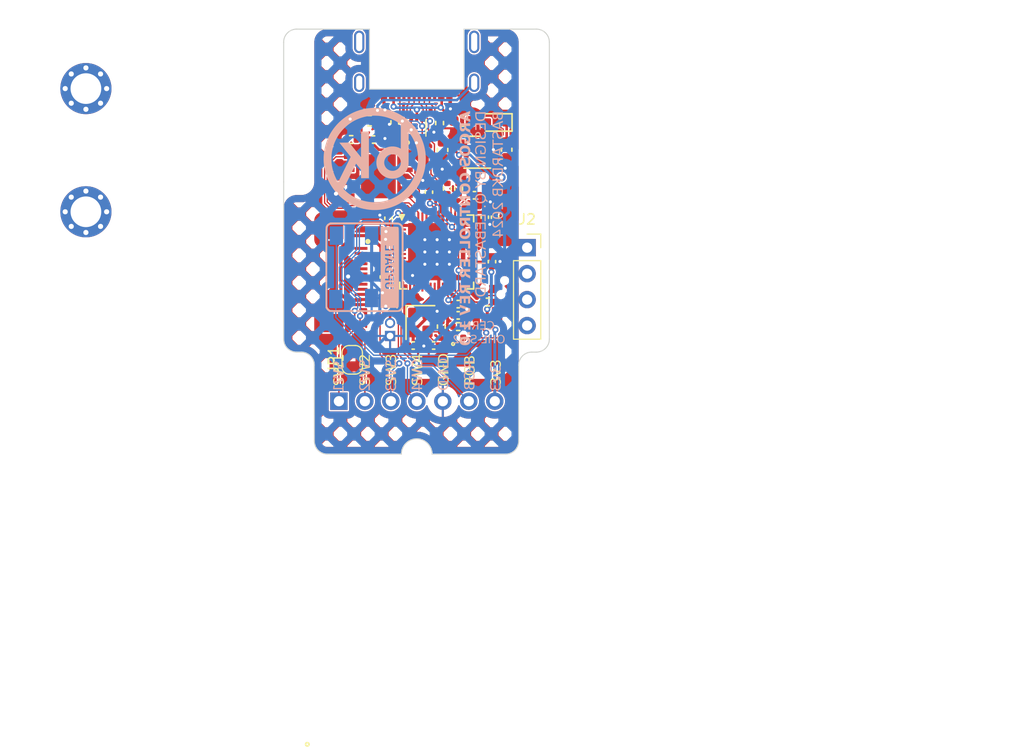
<source format=kicad_pcb>
(kicad_pcb (version 20240108) (generator "pcbnew") (generator_version "8.0")
  (title_block (title "splinktegrated") (rev "2") (company "bastardkb"))
  (layers (0 "F.Cu" signal) (31 "B.Cu" signal) (34 "B.Paste" user) (35 "F.Paste" user) (36 "B.SilkS" user "B.Silkscreen") (37 "F.SilkS" user "F.Silkscreen") (38 "B.Mask" user) (39 "F.Mask" user) (44 "Edge.Cuts" user))
  (net 0 "")
  (net 1 "+5V")
  (net 2 "GND")
  (net 3 "+3V3")
  (net 4 "Net-(U1-XIN)")
  (net 5 "Net-(C4-Pad1)")
  (net 6 "+1V1")
  (net 7 "Net-(D1-K)")
  (net 8 "/LED")
  (net 9 "Net-(D2-A)")
  (net 10 "VBUS")
  (net 11 "Net-(J1-SHIELD)")
  (net 12 "Net-(J1-CC1)")
  (net 14 "/D-")
  (net 15 "/D+")
  (net 16 "Net-(J1-CC2)")
  (net 18 "Net-(J5-Pin_2)")
  (net 19 "/MISO")
  (net 20 "/MOSI")
  (net 21 "Net-(J7-Pin_7)")
  (net 22 "/~{RESET}")
  (net 23 "/QSPI_~{CS}")
  (net 24 "Net-(U1-USB_DP)")
  (net 25 "Net-(U1-USB_DM)")
  (net 26 "Net-(U1-XOUT)")
  (net 29 "SCL")
  (net 30 "/QSPI_D3")
  (net 31 "/QSPI_SCLK")
  (net 32 "/QSPI_D0")
  (net 33 "/QSPI_D2")
  (net 34 "/QSPI_D1")
  (net 35 "/SCLK")
  (net 40 "SDA")
  (net 47 "/GP26")
  (net 48 "/GP27")
  (net 50 "NCS")
  (net 51 "sw2")
  (net 52 "sw3")
  (net 53 "sw1")
  (net 54 "sw4")
  (net 62 "RGB")
  (footprint "Capacitor_SMD:C_0402_1005Metric" (layer "F.Cu") (at 156.4625 104.2)
    (property "Reference" "C14" (hide yes))
    (property "Value" "100n")
  )
  (footprint "Capacitor_SMD:C_0402_1005Metric" (layer "F.Cu") (at 149.2 100.45 -90)
    (property "Reference" "C9" (hide yes))
    (property "Value" "100n")
  )
  (footprint "drawings:MountingHole_3mm_Pad_Via" (layer "F.Cu") (at 120.068109 82.018109)
    (property "Reference" "H1" (hide yes))
    (property "Value" "NA_M4")
  )
  (footprint "Resistor_SMD:R_0402_1005Metric" (layer "F.Cu") (at 154.645 85.390626 -90)
    (property "Reference" "R4" (hide yes))
    (property "Value" "5.1k")
  )
  (footprint "drawings:MountingHole_3mm_Pad_Via" (layer "F.Cu") (at 120.068109 94.068109)
    (property "Reference" "H2" (hide yes))
    (property "Value" "NA_M4")
  )
  (footprint "Capacitor_SMD:C_0402_1005Metric" (layer "F.Cu") (at 160.0625 94.6 -90)
    (property "Reference" "C5" (hide yes))
    (property "Value" "1µ")
  )
  (footprint "Resistor_SMD:R_0402_1005Metric" (layer "F.Cu") (at 154.8125 105.3 90)
    (property "Reference" "R8" (hide yes))
    (property "Value" "1k")
  )
  (footprint "Library:PinSocket_1x07_P2.54mm_Vertical" (layer "F.Cu") (at 144.8 112.6 90)
    (property "Reference" "J11" (hide yes))
    (property "Value" "Conn_01x07_Socket")
  )
  (footprint "Connector_PinSocket_2.54mm:PinSocket_1x04_P2.54mm_Vertical" (layer "F.Cu") (at 163.2 97.58)
    (property "Reference" "J2")
    (property "Value" "Conn_01x04_Socket")
  )
  (footprint "Capacitor_SMD:C_0402_1005Metric" (layer "F.Cu") (at 149.65 94.7 90)
    (property "Reference" "C12" (hide yes))
    (property "Value" "100n")
  )
  (footprint "Resistor_SMD:R_0402_1005Metric" (layer "F.Cu") (at 155.4 91.8 -90)
    (property "Reference" "R6" (hide yes))
    (property "Value" "27")
  )
  (footprint "Capacitor_SMD:C_0402_1005Metric" (layer "F.Cu") (at 159.7625 98.95 90)
    (property "Reference" "C13" (hide yes))
    (property "Value" "100n")
  )
  (footprint "Capacitor_SMD:C_0603_1608Metric" (layer "F.Cu") (at 161.2 88 -90)
    (property "Reference" "C1" (hide yes))
    (property "Value" "1µ")
  )
  (footprint "Capacitor_SMD:C_0402_1005Metric" (layer "F.Cu") (at 156.4625 103.1)
    (property "Reference" "C8" (hide yes))
    (property "Value" "100n")
  )
  (footprint "Inductor_SMD:L_0603_1608Metric" (layer "F.Cu") (at 147.805 85.160626)
    (property "Reference" "FB1" (hide yes))
    (property "Value" "FerriteBead_Small")
  )
  (footprint "Diode_SMD:D_SOD-323" (layer "F.Cu") (at 160.225 85.330626 180)
    (property "Reference" "D2" (hide yes))
    (property "Value" "B5817")
  )
  (footprint "Package_TO_SOT_SMD:SOT-23-5" (layer "F.Cu") (at 157.823021 88.240626 180)
    (property "Reference" "U3" (hide yes))
    (property "Value" "XC6210B332MR-G")
  )
  (footprint "Resistor_SMD:R_0402_1005Metric" (layer "F.Cu") (at 159.3625 102.9)
    (property "Reference" "R2" (hide yes))
    (property "Value" "10k")
  )
  (footprint "drawings:PinHeader_1x02_P1.27mm_Vertical" (layer "F.Cu") (at 149.8 106.215 180)
    (property "Reference" "J5" (hide yes))
    (property "Value" "Conn_01x02")
  )
  (footprint "drawings:W25Q128JVPIQ" (layer "F.Cu") (at 148.655 90.595)
    (property "Reference" "U5" (hide yes))
    (property "Value" "W25Q128JVS")
  )
  (footprint "Capacitor_SMD:C_0402_1005Metric" (layer "F.Cu") (at 159.0625 94.6 -90)
    (property "Reference" "C11" (hide yes))
    (property "Value" "100n")
  )
  (footprint "Crystal:Crystal_SMD_2520-4Pin_2.5x2.0mm" (layer "F.Cu") (at 152.7625 104.9 -90)
    (property "Reference" "Y1" (hide yes))
    (property "Value" "Crystal_GND24")
  )
  (footprint "Package_TO_SOT_SMD:SOT-666" (layer "F.Cu") (at 152.405 85.870626 90)
    (property "Reference" "U4" (hide yes))
    (property "Value" "USBLC6-2P6")
  )
  (footprint "Capacitor_SMD:C_0402_1005Metric" (layer "F.Cu") (at 148.19 87)
    (property "Reference" "C10" (hide yes))
    (property "Value" "100n")
  )
  (footprint "Capacitor_SMD:C_0402_1005Metric" (layer "F.Cu") (at 154.0625 107.15 180)
    (property "Reference" "C4" (hide yes))
    (property "Value" "15p")
  )
  (footprint "drawings:GT-USB-7014C" (layer "F.Cu") (at 152.405 75.35 180)
    (property "Reference" "J1" (hide yes))
    (property "Value" "USB_C_Receptacle_USB2.0")
    (fp_line (start -4.625 -6.725) (end 4.615 -6.725) (stroke (width 0.1)) (layer "Edge.Cuts"))
  )
  (footprint "Resistor_SMD:R_0402_1005Metric" (layer "F.Cu") (at 156.5 91.8 -90)
    (property "Reference" "R7" (hide yes))
    (property "Value" "27")
  )
  (footprint "Jumper:SolderJumper-2_P1.3mm_Open_RoundedPad1.0x1.5mm" (layer "F.Cu") (at 146.1 108.55 90)
    (property "Reference" "JP1")
    (property "Value" "Jumper_2_Bridged")
  )
  (footprint "Resistor_SMD:R_0402_1005Metric" (layer "F.Cu") (at 156.4625 105.3 180)
    (property "Reference" "R1" (hide yes))
    (property "Value" "1k")
  )
  (footprint "LED_SMD:LED_0402_1005Metric" (layer "F.Cu") (at 156.4625 106.4)
    (property "Reference" "D1" (hide yes))
    (property "Value" "LED")
  )
  (footprint "Capacitor_SMD:C_0402_1005Metric" (layer "F.Cu") (at 158.05 92.45)
    (property "Reference" "C6" (hide yes))
    (property "Value" "1µ")
  )
  (footprint "Resistor_SMD:R_0402_1005Metric" (layer "F.Cu") (at 150.265 85.320626 -90)
    (property "Reference" "R5" (hide yes))
    (property "Value" "5.1k")
  )
  (footprint "Capacitor_SMD:C_0402_1005Metric" (layer "F.Cu") (at 153.6 92.15 90)
    (property "Reference" "C7" (hide yes))
    (property "Value" "100n")
  )
  (footprint "Resistor_SMD:R_0402_1005Metric" (layer "F.Cu") (at 150.1 103.3 90)
    (property "Reference" "R3" (hide yes))
    (property "Value" "1k")
  )
  (footprint "Fuse:Fuse_0603_1608Metric" (layer "F.Cu") (at 156.845 85.180626)
    (property "Reference" "F1" (hide yes))
    (property "Value" "Polyfuse")
  )
  (footprint "Resistor_SMD:R_0402_1005Metric" (layer "F.Cu") (at 146 87)
    (property "Reference" "R9" (hide yes))
    (property "Value" "10k")
  )
  (footprint "local-libraries:FPC-SMD_FPC05012-09200-.5mm" (layer "F.Cu") (at 145.6 100.4 -90)
    (property "Reference" "J7" (hide yes))
    (property "Value" "Cirque" (hide yes))
  )
  (footprint "Capacitor_SMD:C_0402_1005Metric" (layer "F.Cu") (at 152.0625 107.15)
    (property "Reference" "C3" (hide yes))
    (property "Value" "15p")
  )
  (footprint "Capacitor_SMD:C_0603_1608Metric" (layer "F.Cu") (at 154.935 88.020626 -90)
    (property "Reference" "C2" (hide yes))
    (property "Value" "1µ")
  )
  (footprint "0xLib_Package_DFN_QFN:QFN-56-1EP_7x7mm_P0.4mm_EP3.2x3.2mm" (layer "F.Cu") (at 154.3625 98)
    (property "Reference" "U1" (hide yes))
    (property "Value" "RP2040")
  )
  (footprint "Library:PushSwitch" (layer "B.Cu") (at 146.3 99.5 -90)
    (property "Reference" "SW2" (hide yes))
    (property "Value" "NA_SW_SPST")
  )
  (footprint "LOGO" (layer "B.Cu") (at 148.3 88.9 180)
    (property "Reference" "G***" (hide yes))
    (property "Value" "LOGO" (hide yes))
  )
  (footprint "LOGO" (layer "B.Cu") (at 147.3 99.5 180)
    (property "Reference" "G***" (hide yes))
    (property "Value" "LOGO" (hide yes))
  )
  (gr_circle (center 151.5 87.3) (end 151.63 87.19) (stroke (width 0.15)) (fill none) (layer "F.SilkS"))
  (gr_circle (center 141.71 146.16) (end 141.84 146.05) (stroke (width 0.15)) (fill none) (layer "F.SilkS"))
  (gr_poly (pts (xy 150.95 94.85) (xy 150.7 94.35) (xy 151.2 94.35)) (stroke (width 0.15)) (fill solid) (layer "F.SilkS"))
  (gr_line (start 140.67 107.795) (end 141.1249 107.795) (stroke (width 0.1)) (layer "Edge.Cuts"))
  (gr_line (start 162.371945 116.501945) (end 162.377045 109.065) (stroke (width 0.1)) (layer "Edge.Cuts"))
  (gr_line (start 157.03 76.205) (end 164.101945 76.2) (stroke (width 0.1)) (layer "Edge.Cuts"))
  (gr_line (start 139.4 77.47) (end 139.4 91.16) (stroke (width 0.1)) (layer "Edge.Cuts"))
  (gr_arc (start 150.91 117.775) (mid 152.41 116.275) (end 153.91 117.775) (stroke (width 0.1)) (layer "Edge.Cuts"))
  (gr_line (start 142.3949 109.065) (end 142.4 116.501945) (stroke (width 0.1)) (layer "Edge.Cuts"))
  (gr_line (start 163.647045 107.795) (end 164.101945 107.795) (stroke (width 0.1)) (layer "Edge.Cuts"))
  (gr_arc (start 164.101945 76.2) (mid 165 76.571945) (end 165.371945 77.47) (stroke (width 0.1)) (layer "Edge.Cuts"))
  (gr_arc (start 139.4 77.47) (mid 139.771945 76.571945) (end 140.67 76.2) (stroke (width 0.1)) (layer "Edge.Cuts"))
  (gr_line (start 143.67 117.771945) (end 150.91 117.775) (stroke (width 0.1)) (layer "Edge.Cuts"))
  (gr_line (start 147.79 76.205) (end 140.67 76.2) (stroke (width 0.1)) (layer "Edge.Cuts"))
  (gr_arc (start 162.371945 116.501945) (mid 162 117.4) (end 161.101945 117.771945) (stroke (width 0.1)) (layer "Edge.Cuts"))
  (gr_arc (start 141.1249 107.795) (mid 142.022955 108.166945) (end 142.3949 109.065) (stroke (width 0.1)) (layer "Edge.Cuts"))
  (gr_line (start 153.91 117.775) (end 161.101945 117.771945) (stroke (width 0.1)) (layer "Edge.Cuts"))
  (gr_line (start 139.4 91.16) (end 139.4 106.525) (stroke (width 0.1)) (layer "Edge.Cuts"))
  (gr_arc (start 162.377045 109.065) (mid 162.74899 108.166945) (end 163.647045 107.795) (stroke (width 0.1)) (layer "Edge.Cuts"))
  (gr_arc (start 165.371945 106.525) (mid 165 107.423055) (end 164.101945 107.795) (stroke (width 0.1)) (layer "Edge.Cuts"))
  (gr_line (start 165.371945 106.525) (end 165.371945 91.16) (stroke (width 0.1)) (layer "Edge.Cuts"))
  (gr_line (start 157.03 82.075) (end 157.03 76.205) (stroke (width 0.1)) (layer "Edge.Cuts"))
  (gr_line (start 165.371945 91.16) (end 165.371945 77.47) (stroke (width 0.1)) (layer "Edge.Cuts"))
  (gr_arc (start 143.67 117.771945) (mid 142.771945 117.4) (end 142.4 116.501945) (stroke (width 0.1)) (layer "Edge.Cuts"))
  (gr_arc (start 140.67 107.795) (mid 139.771945 107.423055) (end 139.4 106.525) (stroke (width 0.1)) (layer "Edge.Cuts"))
  (gr_line (start 147.79 76.205) (end 147.79 82.075) (stroke (width 0.1)) (layer "Edge.Cuts"))
  (gr_text "DESIGN BY Q. LEBASTARD\nBASTARDKB 2024" (at 161 84.2 90) (layer "B.SilkS") (effects (font (size 1 1) (thickness 0.125) (italic yes)) (justify left bottom mirror)))
  (gr_text "SW1" (at 145.425 108.625 90) (layer "B.SilkS") (effects (font (size 1 1)) (justify left bottom mirror)))
  (gr_text "ARGOS CONTROLLER REV 1.0" (at 157.8 84.2 90) (layer "B.SilkS") (effects (font (size 1 1) (thickness 0.16) (bold yes) (italic yes)) (justify left bottom mirror)))
  (gr_text "SW3" (at 150.541666 108.504833 90) (layer "B.SilkS") (effects (font (size 1 1)) (justify left bottom mirror)))
  (gr_text "RGB" (at 158.216665 108.539027 90) (layer "B.SilkS") (effects (font (size 1 1)) (justify left bottom mirror)))
  (gr_text "SW4" (at 153.099999 108.472593 90) (layer "B.SilkS") (effects (font (size 1 1)) (justify left bottom mirror)))
  (gr_text "3v3" (at 160.775 109.04119 90) (layer "B.SilkS") (effects (font (size 1 1)) (justify left bottom mirror)))
  (gr_text "SW2" (at 147.983333 108.510695 90) (layer "B.SilkS") (effects (font (size 1 1)) (justify left bottom mirror)))
  (gr_text "GND" (at 155.658332 108.368057 90) (layer "B.SilkS") (effects (font (size 1 1)) (justify left bottom mirror)))
  (gr_text "CERN\nOHL-S v2" (at 158.475 105.925 0) (layer "B.SilkS") (effects (font (size 0.8 0.8)) (justify mirror)))
  (gr_text "SW3" (at 150.558332 111.107484 90) (layer "F.SilkS") (effects (font (size 1 1)) (justify left bottom)))
  (gr_text "SW2" (at 147.999999 111.107484 90) (layer "F.SilkS") (effects (font (size 1 1)) (justify left bottom)))
  (gr_text "GND" (at 155.674998 111.107484 90) (layer "F.SilkS") (effects (font (size 1 1)) (justify left bottom)))
  (gr_text "SW1" (at 145.441666 111.107484 90) (layer "F.SilkS") (effects (font (size 1 1)) (justify left bottom)))
  (gr_text "RGB" (at 158.233331 111.107484 90) (layer "F.SilkS") (effects (font (size 1 1)) (justify left bottom)))
  (gr_text "3v3" (at 160.791666 111.107484 90) (layer "F.SilkS") (effects (font (size 1 1)) (justify left bottom)))
  (gr_text "SW4" (at 153.116665 111.107484 90) (layer "F.SilkS") (effects (font (size 1 1)) (justify left bottom)))
  (segment (start 159.015521 87.235626) (end 158.960521 87.290626) (width 0.25) (layer "F.Cu") (net 1))
  (segment (start 161.189374 87.235626) (end 159.015521 87.235626) (width 0.25) (layer "F.Cu") (net 1))
  (segment (start 161.2 87.225) (end 161.2 85.405626) (width 0.25) (layer "F.Cu") (net 1))
  (segment (start 161.2 87.225) (end 161.189374 87.235626) (width 0.25) (layer "F.Cu") (net 1))
  (segment (start 161.2 87.225) (end 161.2 87.240561) (width 0.25) (layer "F.Cu") (net 1))
  (segment (start 161.2 87.240561) (end 160.47 87.970561) (width 0.25) (layer "F.Cu") (net 1))
  (segment (start 160.47 87.970561) (end 160.47 88.83) (width 0.25) (layer "F.Cu") (net 1))
  (segment (start 158.960521 89.190626) (end 160.109374 89.190626) (width 0.25) (layer "F.Cu") (net 1))
  (segment (start 160.109374 89.190626) (end 160.47 88.83) (width 0.25) (layer "F.Cu") (net 1))
  (segment (start 161.2 85.405626) (end 161.275 85.330626) (width 0.25) (layer "F.Cu") (net 1))
  (segment (start 153.15 107.15) (end 153.1 107.2) (width 0.3) (layer "F.Cu") (net 2))
  (segment (start 153.3625 100.93331) (end 153.3625 101.4375) (width 0.3) (layer "F.Cu") (net 2))
  (segment (start 159.210736 87.990411) (end 158.960521 88.240626) (width 0.3) (layer "F.Cu") (net 2))
  (segment (start 149.2 101.85) (end 149.2 100.93) (width 0.3) (layer "F.Cu") (net 2))
  (segment (start 159.7755 95.08) (end 159.55 95.3055) (width 0.3) (layer "F.Cu") (net 2))
  (segment (start 155.7 84) (end 155.7 82.7825) (width 0.3) (layer "F.Cu") (net 2))
  (segment (start 149.3 86.9) (end 148.77 86.9) (width 0.3) (layer "F.Cu") (net 2))
  (segment (start 160.5505 98.93) (end 160.0905 98.47) (width 0.3) (layer "F.Cu") (net 2))
  (segment (start 150.265 85.830626) (end 150.055 85.830626) (width 0.3) (layer "F.Cu") (net 2))
  (segment (start 152.0625 106.67) (end 152.5425 107.15) (width 0.3) (layer "F.Cu") (net 2))
  (segment (start 152.5425 107.15) (end 153.05 107.15) (width 0.3) (layer "F.Cu") (net 2))
  (segment (start 153.05 107.15) (end 153.1 107.2) (width 0.3) (layer "F.Cu") (net 2))
  (segment (start 161.2 88.775) (end 161.053021 88.921979) (width 0.3) (layer "F.Cu") (net 2))
  (segment (start 159.9 87.990411) (end 159.210736 87.990411) (width 0.3) (layer "F.Cu") (net 2))
  (segment (start 150.055 85.830626) (end 149.735 85.510626) (width 0.3) (layer "F.Cu") (net 2))
  (segment (start 156.9425 103.2425) (end 157.3 103.6) (width 0.3) (layer "F.Cu") (net 2))
  (segment (start 148.77 86.9) (end 148.67 87) (width 0.3) (layer "F.Cu") (net 2))
  (segment (start 152.405 86.795626) (end 152.405 87.294126) (width 0.3) (layer "F.Cu") (net 2))
  (segment (start 156.9725 105.3) (end 156.9725 103.13) (width 0.3) (layer "F.Cu") (net 2))
  (segment (start 159.6 93.1) (end 159.18 93.1) (width 0.3) (layer "F.Cu") (net 2))
  (segment (start 149.057 101.993) (end 149.2 101.85) (width 0.3) (layer "F.Cu") (net 2))
  (segment (start 154.9 89.9) (end 154.9 88.830626) (width 0.3) (layer "F.Cu") (net 2))
  (segment (start 153.4625 104.025) (end 154.175 104.025) (width 0.3) (layer "F.Cu") (net 2))
  (segment (start 152.0625 105.775) (end 154.0375 103.8) (width 0.3) (layer "F.Cu") (net 2))
  (segment (start 154.9 88.830626) (end 154.935 88.795626) (width 0.3) (layer "F.Cu") (net 2))
  (segment (start 146.856874 85) (end 147.0175 85.160626) (width 0.16) (layer "F.Cu") (net 2))
  (segment (start 146.962 102.65) (end 146.892 102.72) (width 0.3) (layer "F.Cu") (net 2))
  (segment (start 146.892 102.72) (end 146.215112 102.72) (width 0.3) (layer "F.Cu") (net 2))
  (segment (start 152.405 87.294126) (end 152.375 87.324126) (width 0.3) (layer "F.Cu") (net 2))
  (segment (start 145.81 92.5) (end 144.715 92.5) (width 0.3) (layer "F.Cu") (net 2))
  (segment (start 160.0905 98.47) (end 159.7625 98.47) (width 0.3) (layer "F.Cu") (net 2))
  (segment (start 153.5825 107.15) (end 153.15 107.15) (width 0.3) (layer "F.Cu") (net 2))
  (segment (start 153 91.07) (end 153.6 91.67) (width 0.3) (layer "F.Cu") (net 2))
  (segment (start 161.053021 88.921979) (end 161.053021 89.810626) (width 0.3) (layer "F.Cu") (net 2))
  (segment (start 146.215112 102.72) (end 145.7 102.204888) (width 0.3) (layer "F.Cu") (net 2))
  (segment (start 149.47 94.4) (end 149.65 94.22) (width 0.3) (layer "F.Cu") (net 2))
  (segment (start 153 91) (end 153 91.07) (width 0.3) (layer "F.Cu") (net 2))
  (segment (start 154.265 86.280626) (end 154.645 85.900626) (width 0.3) (layer "F.Cu") (net 2))
  (segment (start 160.0625 95.08) (end 159.7755 95.08) (width 0.3) (layer "F.Cu") (net 2))
  (segment (start 154.084072 86.280626) (end 154.265 86.280626) (width 0.3) (layer "F.Cu") (net 2))
  (segment (start 152.72919 100.3) (end 153.3625 100.93331) (width 0.3) (layer "F.Cu") (net 2))
  (segment (start 149.205 82.6875) (end 149.205 84.005) (width 0.3) (layer "F.Cu") (net 2))
  (segment (start 159.3245 95.08) (end 159.55 95.3055) (width 0.3) (layer "F.Cu") (net 2))
  (segment (start 152.0625 105.775) (end 152.0625 106.67) (width 0.3) (layer "F.Cu") (net 2))
  (segment (start 156.9725 103.13) (end 156.9425 103.1) (width 0.3) (layer "F.Cu") (net 2))
  (segment (start 154.0375 103.8) (end 154.4 103.8) (width 0.3) (layer "F.Cu") (net 2))
  (segment (start 159.0625 95.08) (end 159.3245 95.08) (width 0.3) (layer "F.Cu") (net 2))
  (segment (start 152 100.3) (end 152.72919 100.3) (width 0.3) (layer "F.Cu") (net 2))
  (segment (start 154.175 104.025) (end 154.4 103.8) (width 0.3) (layer "F.Cu") (net 2))
  (segment (start 145.9 85) (end 146.856874 85) (width 0.16) (layer "F.Cu") (net 2))
  (segment (start 156.9425 103.1) (end 156.9425 103.2425) (width 0.3) (layer "F.Cu") (net 2))
  (segment (start 149.205 84.005) (end 149.3 84.1) (width 0.3) (layer "F.Cu") (net 2))
  (segment (start 145.7 102.204888) (end 145.7 100.4) (width 0.3) (layer "F.Cu") (net 2))
  (segment (start 155.7 82.7825) (end 155.605 82.6875) (width 0.3) (layer "F.Cu") (net 2))
  (segment (start 159.18 93.1) (end 158.53 92.45) (width 0.3) (layer "F.Cu") (net 2))
  (segment (start 148.8 94.4) (end 149.47 94.4) (width 0.3) (layer "F.Cu") (net 2))
  (segment (start 144.715 92.5) (end 144.515 92.3) (width 0.3) (layer "F.Cu") (net 2))
  (via (at 153.2 98) (size 0.6) (drill 0.3) (layers "F.Cu" "B.Cu") (net 2))
  (via (at 157.3 103.6) (size 0.6) (drill 0.3) (layers "F.Cu" "B.Cu") (net 2))
  (via (at 152.375 87.324126) (size 0.6) (drill 0.3) (layers "F.Cu" "B.Cu") (net 2))
  (via (at 160.5505 98.93) (size 0.6) (drill 0.3) (layers "F.Cu" "B.Cu") (net 2))
  (via (at 144.515 92.3) (size 0.8) (drill 0.4) (layers "F.Cu" "B.Cu") (net 2))
  (via (at 149.3 86.9) (size 0.6) (drill 0.3) (layers "F.Cu" "B.Cu") (net 2))
  (via (at 152 100.3) (size 0.6) (drill 0.3) (layers "F.Cu" "B.Cu") (net 2))
  (via (at 155.7 84) (size 0.6) (drill 0.3) (layers "F.Cu" "B.Cu") (net 2))
  (via (at 159.9 87.990411) (size 0.6) (drill 0.3) (layers "F.Cu" "B.Cu") (net 2))
  (via (at 154.4 96.8) (size 0.6) (drill 0.3) (layers "F.Cu" "B.Cu") (net 2))
  (via (at 159.6 93.1) (size 0.6) (drill 0.3) (layers "F.Cu" "B.Cu") (net 2))
  (via (at 149.735 85.510626) (size 0.6) (drill 0.3) (layers "F.Cu" "B.Cu") (net 2))
  (via (at 148.8 94.4) (size 0.6) (drill 0.3) (layers "F.Cu" "B.Cu") (net 2))
  (via (at 153.1 107.2) (size 0.6) (drill 0.3) (layers "F.Cu" "B.Cu") (net 2))
  (via (at 153.2 96.8) (size 0.6) (drill 0.3) (layers "F.Cu" "B.Cu") (net 2))
  (via (at 155.6 99.2) (size 0.6) (drill 0.3) (layers "F.Cu" "B.Cu") (net 2))
  (via (at 154.4 99.2) (size 0.6) (drill 0.3) (layers "F.Cu" "B.Cu") (net 2))
  (via (at 155.6 96.8) (size 0.6) (drill 0.3) (layers "F.Cu" "B.Cu") (net 2))
  (via (at 149.057 101.993) (size 0.6) (drill 0.3) (layers "F.Cu" "B.Cu") (net 2))
  (via (at 155.6 98) (size 0.6) (drill 0.3) (layers "F.Cu" "B.Cu") (net 2))
  (via (at 153.2 99.2) (size 0.6) (drill 0.3) (layers "F.Cu" "B.Cu") (net 2))
  (via (at 153 91) (size 0.6) (drill 0.3) (layers "F.Cu" "B.Cu") (net 2))
  (via (at 154.084072 86.280626) (size 0.6) (drill 0.3) (layers "F.Cu" "B.Cu") (net 2))
  (via (at 149.3 84.1) (size 0.6) (drill 0.3) (layers "F.Cu" "B.Cu") (net 2))
  (via (at 154.9 89.9) (size 0.6) (drill 0.3) (layers "F.Cu" "B.Cu") (net 2))
  (via (at 161.053021 89.810626) (size 0.6) (drill 0.3) (layers "F.Cu" "B.Cu") (net 2))
  (via (at 154.4 98) (size 0.6) (drill 0.3) (layers "F.Cu" "B.Cu") (net 2))
  (via (at 154.4 103.8) (size 0.6) (drill 0.3) (layers "F.Cu" "B.Cu") (net 2))
  (via (at 145.7 100.4) (size 0.8) (drill 0.4) (layers "F.Cu" "B.Cu") (net 2))
  (via (at 145.9 85) (size 0.6) (drill 0.3) (layers "F.Cu" "B.Cu") (net 2))
  (via (at 159.55 95.3055) (size 0.6) (drill 0.3) (layers "F.Cu" "B.Cu") (net 2))
  (segment (start 156.55 104.35) (end 159.75 104.35) (width 0.3) (layer "B.Cu") (net 2))
  (segment (start 160.454794 88.545206) (end 159.830214 87.920626) (width 0.3) (layer "B.Cu") (net 2))
  (segment (start 149.3 84.1) (end 149.590244 84.390244) (width 0.3) (layer "B.Cu") (net 2))
  (segment (start 149.735 85.510626) (end 149.735 84.425244) (width 0.3) (layer "B.Cu") (net 2))
  (segment (start 161.58 99.98) (end 161 99.4) (width 0.3) (layer "B.Cu") (net 2))
  (segment (start 150.312187 86.087813) (end 149.5 86.9) (width 0.3) (layer "B.Cu") (net 2))
  (segment (start 149 94.4) (end 148.8 94.4) (width 0.3) (layer "B.Cu") (net 2))
  (segment (start 148.4 106.7) (end 148.7 107) (width 0.3) (layer "B.Cu") (net 2))
  (segment (start 148.7 107) (end 149.255 107.555) (width 0.3) (layer "B.Cu") (net 2))
  (segment (start 148.8 103.8) (end 148.4 104.2) (width 0.3) (layer "B.Cu") (net 2))
  (segment (start 150.112187 85.887813) (end 149.224374 85) (width 0.3) (layer "B.Cu") (net 2))
  (segment (start 153.8 91) (end 153 91) (width 0.3) (layer "B.Cu") (net 2))
  (segment (start 155.249374 84.450626) (end 155.7 84) (width 0.3) (layer "B.Cu") (net 2))
  (segment (start 154.084072 86.280626) (end 153.040572 87.324126) (width 0.3) (layer "B.Cu") (net 2))
  (segment (start 152.2 84.8) (end 153.279756 84.8) (width 0.3) (layer "B.Cu") (net 2))
  (segment (start 152.745 107.555) (end 153.1 107.2) (width 0.3) (layer "B.Cu") (net 2))
  (segment (start 161 94.5) (end 159.6 93.1) (width 0.3) (layer "B.Cu") (net 2))
  (segment (start 152.745 107.555) (end 153.345 107.555) (width 0.3) (layer "B.Cu") (net 2))
  (segment (start 159.830214 87.920626) (end 156.312777 87.920626) (width 0.3) (layer "B.Cu") (net 2))
  (segment (start 152.375 87.324126) (end 152.375 87.375) (width 0.3) (layer "B.Cu") (net 2))
  (segment (start 153.040572 87.324126) (end 152.375 87.324126) (width 0.3) (layer "B.Cu") (net 2))
  (segment (start 153.62913 84.450626) (end 155.249374 84.450626) (width 0.3) (layer "B.Cu") (net 2))
  (segment (start 148.4 104.2) (end 148.4 106.7) (width 0.3) (layer "B.Cu") (net 2))
  (segment (start 160.454794 88.545206) (end 159.9 87.990411) (width 0.3) (layer "B.Cu") (net 2))
  (segment (start 149.255 107.555) (end 152.745 107.555) (width 0.3) (layer "B.Cu") (net 2))
  (segment (start 152.375 87.375) (end 154.9 89.9) (width 0.3) (layer "B.Cu") (net 2))
  (segment (start 159.75 104.35) (end 161.58 102.52) (width 0.3) (layer "B.Cu") (net 2))
  (segment (start 149.057 101.993) (end 147.464 100.4) (width 0.3) (layer "B.Cu") (net 2))
  (segment (start 149.590244 84.390244) (end 149.7 84.390244) (width 0.3) (layer "B.Cu") (net 2))
  (segment (start 149.5 86.9) (end 149.3 86.9) (width 0.3) (layer "B.Cu") (net 2))
  (segment (start 161.38 90.137605) (end 161.38 89.470411) (width 0.3) (layer "B.Cu") (net 2))
  (segment (start 151.5485 87.324126) (end 150.312187 86.087813) (width 0.3) (layer "B.Cu") (net 2))
  (segment (start 146.615 94.4) (end 148.8 94.4) (width 0.3) (layer "B.Cu") (net 2))
  (segment (start 156.55 104.35) (end 157.3 103.6) (width 0.3) (layer "B.Cu") (net 2))
  (segment (start 153.279756 84.8) (end 153.62913 84.450626) (width 0.3) (layer "B.Cu") (net 2))
  (segment (start 161 99.4) (end 161 94.5) (width 0.3) (layer "B.Cu") (net 2))
  (segment (start 148.7 107) (end 149.485 106.215) (width 0.3) (layer "B.Cu") (net 2))
  (segment (start 149.057 101.993) (end 148.8 102.25) (width 0.3) (layer "B.Cu") (net 2))
  (segment (start 160.5505 98.9505) (end 160.5505 98.93) (width 0.3) (layer "B.Cu") (net 2))
  (segment (start 153 91) (end 152.4 91) (width 0.3) (layer "B.Cu") (net 2))
  (segment (start 148 102.5) (end 148 96.4) (width 0.3) (layer "B.Cu") (net 2))
  (segment (start 147.464 100.4) (end 145.7 100.4) (width 0.3) (layer "B.Cu") (net 2))
  (segment (start 153.345 107.555) (end 156.55 104.35) (width 0.3) (layer "B.Cu") (net 2))
  (segment (start 154.9 89.9) (end 153.8 91) (width 0.3) (layer "B.Cu") (net 2))
  (segment (start 161 99.4) (end 160.5505 98.9505) (width 0.3) (layer "B.Cu") (net 2))
  (segment (start 156.312777 87.920626) (end 154.9 89.333403) (width 0.3) (layer "B.Cu") (net 2))
  (segment (start 161.38 94.12) (end 161.38 90.137605) (width 0.3) (layer "B.Cu") (net 2))
  (segment (start 161.38 89.470411) (end 160.454794 88.545206) (width 0.3) (layer "B.Cu") (net 2))
  (segment (start 149.485 106.215) (end 149.8 106.215) (width 0.3) (layer "B.Cu") (net 2))
  (segment (start 152.375 87.324126) (end 151.5485 87.324126) (width 0.3) (layer "B.Cu") (net 2))
  (segment (start 152.4 91) (end 149 94.4) (width 0.3) (layer "B.Cu") (net 2))
  (segment (start 144.515 92.3) (end 146.615 94.4) (width 0.3) (layer "B.Cu") (net 2))
  (segment (start 161 94.5) (end 161.38 94.12) (width 0.3) (layer "B.Cu") (net 2))
  (segment (start 150.312187 86.087813) (end 150.112187 85.887813) (width 0.3) (layer "B.Cu") (net 2))
  (segment (start 150.112187 85.887813) (end 149.735 85.510626) (width 0.3) (layer "B.Cu") (net 2))
  (segment (start 149.224374 85) (end 145.9 85) (width 0.3) (layer "B.Cu") (net 2))
  (segment (start 149.735 84.425244) (end 149.7 84.390244) (width 0.3) (layer "B.Cu") (net 2))
  (segment (start 149.7 84.390244) (end 151.790244 84.390244) (width 0.3) (layer "B.Cu") (net 2))
  (segment (start 154.9 89.333403) (end 154.9 89.9) (width 0.3) (layer "B.Cu") (net 2))
  (segment (start 161.38 90.137605) (end 161.053021 89.810626) (width 0.3) (layer "B.Cu") (net 2))
  (segment (start 161.58 102.52) (end 161.58 99.98) (width 0.3) (layer "B.Cu") (net 2))
  (segment (start 151.790244 84.390244) (end 152.2 84.8) (width 0.3) (layer "B.Cu") (net 2))
  (segment (start 148.8 102.25) (end 148.8 103.8) (width 0.3) (layer "B.Cu") (net 2))
  (segment (start 159.7 99.9605) (end 159.7625 99.898) (width 0.3) (layer "F.Cu") (net 3))
  (segment (start 151.632997 88.69) (end 151.5 88.69) (width 0.3) (layer "F.Cu") (net 3))
  (segment (start 150.925 99) (end 150.27 99) (width 0.3) (layer "F.Cu") (net 3))
  (segment (start 157.05 95.4) (end 156.9625 95.3125) (width 0.3) (layer "F.Cu") (net 3))
  (segment (start 150.925 95.4) (end 149.87 95.4) (width 0.3) (layer "F.Cu") (net 3))
  (segment (start 157.8 95.4) (end 157.05 95.4) (width 0.3) (layer "F.Cu") (net 3))
  (segment (start 159.7625 99.898) (end 159.7625 99.43) (width 0.3) (layer "F.Cu") (net 3))
  (segment (start 156.5625 94.5625) (end 156.61893 94.61893) (width 0.3) (layer "F.Cu") (net 3))
  (segment (start 154.5625 94.5625) (end 154.6 94.6) (width 0.3) (layer "F.Cu") (net 3))
  (segment (start 160.0625 94.12) (end 160.2 93.9825) (width 0.3) (layer "F.Cu") (net 3))
  (segment (start 147.8 96.4) (end 146.2014 96.4) (width 0.3) (layer "F.Cu") (net 3))
  (segment (start 149.87 95.4) (end 149.65 95.18) (width 0.3) (layer "F.Cu") (net 3))
  (segment (start 146.962 103.15) (end 146.037 103.15) (width 0.3) (layer "F.Cu") (net 3))
  (segment (start 159.3325 99) (end 159.7625 99.43) (width 0.3) (layer "F.Cu") (net 3))
  (segment (start 149.685 99.585) (end 149.3 99.97) (width 0.3) (layer "F.Cu") (net 3))
  (segment (start 150.27 99) (end 149.685 99.585) (width 0.3) (layer "F.Cu") (net 3))
  (segment (start 154.95 94.575) (end 154.95 95.35) (width 0.3) (layer "F.Cu") (net 3))
  (segment (start 145 102.113) (end 145 97.6014) (width 0.3) (layer "F.Cu") (net 3))
  (segment (start 159.3 103.4725) (end 159.8725 102.9) (width 0.3) (layer "F.Cu") (net 3))
  (segment (start 156.9625 95.3125) (end 156.9625 94.5625) (width 0.3) (layer "F.Cu") (net 3))
  (segment (start 157.8 99) (end 157 99) (width 0.3) (layer "F.Cu") (net 3))
  (segment (start 157.8 94.3) (end 157.98 94.12) (width 0.3) (layer "F.Cu") (net 3))
  (segment (start 159.3 103.6) (end 159.3 104.8) (width 0.3) (layer "F.Cu") (net 3))
  (segment (start 157.98 94.12) (end 159.0625 94.12) (width 0.3) (layer "F.Cu") (net 3))
  (segment (start 154.5625 101.4375) (end 154.5625 100.5625) (width 0.3) (layer "F.Cu") (net 3))
  (segment (start 154.6 94.6) (end 154.6 95.35) (width 0.3) (layer "F.Cu") (net 3))
  (segment (start 157.8 95.4) (end 157.8 94.3) (width 0.3) (layer "F.Cu") (net 3))
  (segment (start 146.72 95.18) (end 146.0007 95.8993) (width 0.3) (layer "F.Cu") (net 3))
  (segment (start 154.9625 94.5625) (end 154.95 94.575) (width 0.3) (layer "F.Cu") (net 3))
  (segment (start 154.7 93.95) (end 154.9625 94.2125) (width 0.3) (layer "F.Cu") (net 3))
  (segment (start 154.935 87.245626) (end 155.298021 87.245626) (width 0.25) (layer "F.Cu") (net 3))
  (segment (start 156.8 94.325) (end 156.5625 94.5625) (width 0.3) (layer "F.Cu") (net 3))
  (segment (start 157.96 94.1) (end 156.8 94.1) (width 0.3) (layer "F.Cu") (net 3))
  (segment (start 154.5625 94.0875) (end 154.7 93.95) (width 0.3) (layer "F.Cu") (net 3))
  (segment (start 160.2 91.2) (end 160.7 90.7) (width 0.3) (layer "F.Cu") (net 3))
  (segment (start 149.3 99.97) (end 149.2 99.97) (width 0.3) (layer "F.Cu") (net 3))
  (segment (start 146.0007 96.6007) (end 146.2014 96.4) (width 0.3) (layer "F.Cu") (net 3))
  (segment (start 157.8 99) (end 159.3325 99) (width 0.3) (layer "F.Cu") (net 3))
  (segment (start 159.3 104.8) (end 160.1 105.6) (width 0.3) (layer "F.Cu") (net 3))
  (segment (start 157.98 94.12) (end 157.96 94.1) (width 0.3) (layer "F.Cu") (net 3))
  (segment (start 154.5625 100.5625) (end 154.5 100.5) (width 0.3) (layer "F.Cu") (net 3))
  (segment (start 155.298021 87.245626) (end 156.553021 88.500626) (width 0.25) (layer "F.Cu") (net 3))
  (segment (start 154.7 93.95) (end 154.7 91.757003) (width 0.3) (layer "F.Cu") (net 3))
  (segment (start 154.7 91.757003) (end 151.632997 88.69) (width 0.3) (layer "F.Cu") (net 3))
  (segment (start 146.037 103.15) (end 145 102.113) (width 0.3) (layer "F.Cu") (net 3))
  (segment (start 148.907001 97.507001) (end 148.907001 98.807001) (width 0.3) (layer "F.Cu") (net 3))
  (segment (start 146.0007 95.8993) (end 146.0007 96.6007) (width 0.3) (layer "F.Cu") (net 3))
  (segment (start 156.685521 88.633126) (end 156.553021 88.500626) (width 0.25) (layer "F.Cu") (net 3))
  (segment (start 156.61893 94.61893) (end 156.61893 95.4) (width 0.3) (layer "F.Cu") (net 3))
  (segment (start 150.925 95.4) (end 151.75 95.4) (width 0.3) (layer "F.Cu") (net 3))
  (segment (start 145 97.6014) (end 146.0007 96.6007) (width 0.3) (layer "F.Cu") (net 3))
  (segment (start 146.51 87) (end 147.71 87) (width 0.25) (layer "F.Cu") (net 3))
  (segment (start 154.9625 94.2125) (end 154.9625 94.5625) (width 0.3) (layer "F.Cu") (net 3))
  (segment (start 160.2 93.9825) (end 160.2 91.2) (width 0.3) (layer "F.Cu") (net 3))
  (segment (start 147.71 87) (end 148.71 88) (width 0.25) (layer "F.Cu") (net 3))
  (segment (start 148.907001 97.507001) (end 147.8 96.4) (width 0.3) (layer "F.Cu") (net 3))
  (segment (start 154.5625 94.5625) (end 154.5625 94.0875) (width 0.3) (layer "F.Cu") (net 3))
  (segment (start 155.4225 103.64) (end 155.4225 103.442744) (width 0.3) (layer "F.Cu") (net 3))
  (segment (start 150.81 88) (end 151.5 88.69) (width 0.25) (layer "F.Cu") (net 3))
  (segment (start 155.4225 103.442744) (end 154.5625 102.582744) (width 0.3) (layer "F.Cu") (net 3))
  (segment (start 159.0625 94.12) (end 160.0625 94.12) (width 0.3) (layer "F.Cu") (net 3))
  (segment (start 148.907001 98.807001) (end 149.685 99.585) (width 0.3) (layer "F.Cu") (net 3))
  (segment (start 156.685521 89.190626) (end 156.685521 88.633126) (width 0.25) (layer "F.Cu") (net 3))
  (segment (start 154.5625 102.582744) (end 154.5625 101.4375) (width 0.3) (layer "F.Cu") (net 3))
  (segment (start 148.71 88) (end 150.81 88) (width 0.25) (layer "F.Cu") (net 3))
  (segment (start 155.9825 104.2) (end 155.4225 103.64) (width 0.3) (layer "F.Cu") (net 3))
  (segment (start 150.925 99) (end 151.8 99) (width 0.3) (layer "F.Cu") (net 3))
  (segment (start 149.65 95.18) (end 146.72 95.18) (width 0.3) (layer "F.Cu") (net 3))
  (segment (start 156.8 94.1) (end 156.8 94.325) (width 0.3) (layer "F.Cu") (net 3))
  (segment (start 159.3 103.6) (end 159.3 103.4725) (width 0.3) (layer "F.Cu") (net 3))
  (via (at 160.7 90.7) (size 0.8) (drill 0.4) (layers "F.Cu" "B.Cu") (net 3))
  (via (at 159.3 103.6) (size 0.6) (drill 0.3) (layers "F.Cu" "B.Cu") (net 3))
  (via (at 156.553021 88.500626) (size 0.6) (drill 0.3) (layers "F.Cu" "B.Cu") (net 3))
  (via (at 159.7 99.9605) (size 0.6) (drill 0.3) (layers "F.Cu" "B.Cu") (net 3))
  (via (at 160.1 105.6) (size 0.6) (drill 0.3) (layers "F.Cu" "B.Cu") (net 3))
  (segment (start 159.834889 90.7) (end 157.635515 88.500626) (width 0.25) (layer "B.Cu") (net 3))
  (segment (start 160.1 105.6) (end 160.04 105.66) (width 0.3) (layer "B.Cu") (net 3))
  (segment (start 159.7 103.2) (end 159.7 99.9605) (width 0.3) (layer "B.Cu") (net 3))
  (segment (start 160.04 105.66) (end 160.04 112.6) (width 0.3) (layer "B.Cu") (net 3))
  (segment (start 157.635515 88.500626) (end 156.553021 88.500626) (width 0.25) (layer "B.Cu") (net 3))
  (segment (start 160.7 90.7) (end 159.834889 90.7) (width 0.25) (layer "B.Cu") (net 3))
  (segment (start 159.3 103.6) (end 159.7 103.2) (width 0.3) (layer "B.Cu") (net 3))
  (segment (start 151.3675 104.72) (end 152.0625 104.025) (width 0.13) (layer "F.Cu") (net 4))
  (segment (start 151.3675 106.935) (end 151.3675 104.72) (width 0.13) (layer "F.Cu") (net 4))
  (segment (start 151.5825 107.15) (end 151.3675 106.935) (width 0.13) (layer "F.Cu") (net 4))
  (segment (start 152.0625 104.025) (end 153.7625 102.325) (width 0.13) (layer "F.Cu") (net 4))
  (segment (start 153.7625 102.325) (end 153.7625 101.4375) (width 0.13) (layer "F.Cu") (net 4))
  (segment (start 153.4975 105.81) (end 153.4625 105.775) (width 0.13) (layer "F.Cu") (net 5))
  (segment (start 153.4625 106.07) (end 154.5425 107.15) (width 0.13) (layer "F.Cu") (net 5))
  (segment (start 153.4625 105.775) (end 153.4625 106.07) (width 0.13) (layer "F.Cu") (net 5))
  (segment (start 154.8125 105.81) (end 153.4975 105.81) (width 0.13) (layer "F.Cu") (net 5))
  (segment (start 156.5 96.2) (end 156.5 99.8) (width 0.13) (layer "F.Cu") (net 6))
  (segment (start 154.9625 101.4375) (end 154.9625 101.821482) (width 0.13) (layer "F.Cu") (net 6))
  (segment (start 155.9825 103.1) (end 155.9 103.1) (width 0.13) (layer "F.Cu") (net 6))
  (segment (start 155.85 95.55) (end 156.1625 95.2375) (width 0.13) (layer "F.Cu") (net 6))
  (segment (start 156.1625 94.5625) (end 156.1625 93.8575) (width 0.13) (layer "F.Cu") (net 6))
  (segment (start 155.5 102.358982) (end 155.5 102.7) (width 0.13) (layer "F.Cu") (net 6))
  (segment (start 156.1625 93.8575) (end 157.57 92.45) (width 0.13) (layer "F.Cu") (net 6))
  (segment (start 154.1625 93.7125) (end 154.1625 94.5625) (width 0.13) (layer "F.Cu") (net 6))
  (segment (start 155.85 95.55) (end 156.5 96.2) (width 0.13) (layer "F.Cu") (net 6))
  (segment (start 156.1625 95.2375) (end 156.1625 94.5625) (width 0.13) (layer "F.Cu") (net 6))
  (segment (start 155.9 103.1) (end 155.5 102.7) (width 0.13) (layer "F.Cu") (net 6))
  (segment (start 153.7 92.73) (end 153.6 92.63) (width 0.13) (layer "F.Cu") (net 6))
  (segment (start 154.9625 101.821482) (end 155.5 102.358982) (width 0.13) (layer "F.Cu") (net 6))
  (segment (start 153.7 93.25) (end 153.7 92.73) (width 0.13) (layer "F.Cu") (net 6))
  (segment (start 153.7 93.25) (end 154.1625 93.7125) (width 0.13) (layer "F.Cu") (net 6))
  (via (at 156.5 99.8) (size 0.6) (drill 0.3) (layers "F.Cu" "B.Cu") (net 6))
  (via (at 153.7 93.25) (size 0.6) (drill 0.3) (layers "F.Cu" "B.Cu") (net 6))
  (via (at 155.5 102.7) (size 0.6) (drill 0.3) (layers "F.Cu" "B.Cu") (net 6))
  (via (at 155.85 95.55) (size 0.6) (drill 0.3) (layers "F.Cu" "B.Cu") (net 6))
  (segment (start 154.3 93.25) (end 153.7 93.25) (width 0.13) (layer "B.Cu") (net 6))
  (segment (start 155.5 102.7) (end 156.5 101.7) (width 0.13) (layer "B.Cu") (net 6))
  (segment (start 154.6 93.55) (end 154.6 94.3) (width 0.13) (layer "B.Cu") (net 6))
  (segment (start 155.85 95.55) (end 154.6 94.3) (width 0.13) (layer "B.Cu") (net 6))
  (segment (start 156.5 101.7) (end 156.5 99.8) (width 0.13) (layer "B.Cu") (net 6))
  (segment (start 154.6 93.55) (end 154.3 93.25) (width 0.13) (layer "B.Cu") (net 6))
  (segment (start 155.9775 106.4) (end 155.9775 105.325) (width 0.13) (layer "F.Cu") (net 7))
  (segment (start 155.9775 105.325) (end 155.9525 105.3) (width 0.13) (layer "F.Cu") (net 7))
  (segment (start 159.1 102.255) (end 159.1 102.25) (width 0.13) (layer "F.Cu") (net 8))
  (segment (start 159.1 102.25) (end 158.4 101.55) (width 0.13) (layer "F.Cu") (net 8))
  (segment (start 160.282304 106.4) (end 160.7 105.982304) (width 0.13) (layer "F.Cu") (net 8))
  (segment (start 158.4 101.55) (end 157.075 101.55) (width 0.13) (layer "F.Cu") (net 8))
  (segment (start 160.017932 102.255) (end 159.1 102.255) (width 0.13) (layer "F.Cu") (net 8))
  (segment (start 157.075 101.55) (end 156.9625 101.4375) (width 0.13) (layer "F.Cu") (net 8))
  (segment (start 160.7 102.937068) (end 160.017932 102.255) (width 0.13) (layer "F.Cu") (net 8))
  (segment (start 156.9475 106.4) (end 160.282304 106.4) (width 0.13) (layer "F.Cu") (net 8))
  (segment (start 160.7 105.982304) (end 160.7 102.937068) (width 0.13) (layer "F.Cu") (net 8))
  (segment (start 159.025 85.180626) (end 159.175 85.330626) (width 0.25) (layer "F.Cu") (net 9))
  (segment (start 157.6325 85.180626) (end 159.025 85.180626) (width 0.25) (layer "F.Cu") (net 9))
  (segment (start 154.755 83.870626) (end 154.85 83.775626) (width 0.25) (layer "F.Cu") (net 10))
  (segment (start 152.418285 84.073911) (end 152.418285 84.932341) (width 0.25) (layer "F.Cu") (net 10))
  (segment (start 150.146799 83.778827) (end 150.146799 82.829299) (width 0.25) (layer "F.Cu") (net 10))
  (segment (start 154.85 83.775626) (end 154.85 82.725626) (width 0.25) (layer "F.Cu") (net 10))
  (segment (start 152.418285 84.932341) (end 152.405 84.945626) (width 0.25) (layer "F.Cu") (net 10))
  (segment (start 154.755 83.870626) (end 154.755 83.878126) (width 0.25) (layer "F.Cu") (net 10))
  (segment (start 154.755 83.878126) (end 156.0575 85.180626) (width 0.25) (layer "F.Cu") (net 10))
  (segment (start 150.146799 82.829299) (end 150.005 82.6875) (width 0.25) (layer "F.Cu") (net 10))
  (segment (start 154.755 83.870626) (end 154.795 83.870626) (width 0.25) (layer "F.Cu") (net 10))
  (via (at 154.755 83.870626) (size 0.6) (drill 0.3) (layers "F.Cu" "B.Cu") (net 10))
  (via (at 150.146799 83.778827) (size 0.6) (drill 0.3) (layers "F.Cu" "B.Cu") (net 10))
  (via (at 152.418285 84.073911) (size 0.6) (drill 0.3) (layers "F.Cu" "B.Cu") (net 10))
  (segment (start 152.336117 83.991743) (end 152.418285 84.073911) (width 0.25) (layer "B.Cu") (net 10))
  (segment (start 152.336117 83.891743) (end 152.336117 83.991743) (width 0.25) (layer "B.Cu") (net 10))
  (segment (start 154.733883 83.891743) (end 152.336117 83.891743) (width 0.25) (layer "B.Cu") (net 10))
  (segment (start 154.755 83.870626) (end 154.733883 83.891743) (width 0.25) (layer "B.Cu") (net 10))
  (segment (start 152.336117 83.891743) (end 150.259715 83.891743) (width 0.25) (layer "B.Cu") (net 10))
  (segment (start 150.259715 83.891743) (end 150.146799 83.778827) (width 0.25) (layer "B.Cu") (net 10))
  (segment (start 148.57 85.138126) (end 148.5925 85.160626) (width 0.25) (layer "F.Cu") (net 11))
  (segment (start 148.57 84.15) (end 148.57 85.138126) (width 0.25) (layer "F.Cu") (net 11))
  (via (at 148.57 84.15) (size 0.6) (drill 0.3) (layers "F.Cu" "B.Cu") (net 11))
  (segment (start 153.79 83.14) (end 149.12 83.14) (width 0.25) (layer "B.Cu") (net 11))
  (segment (start 148.57 83.69) (end 148.57 84.15) (width 0.25) (layer "B.Cu") (net 11))
  (segment (start 148.65 83.61) (end 148.57 83.69) (width 0.25) (layer "B.Cu") (net 11))
  (segment (start 149.12 83.14) (end 148.65 83.61) (width 0.25) (layer "B.Cu") (net 11))
  (segment (start 158.025 81.45) (end 156.335 83.14) (width 0.25) (layer "B.Cu") (net 11))
  (segment (start 156.335 83.14) (end 153.79 83.14) (width 0.25) (layer "B.Cu") (net 11))
  (segment (start 154.18 83.955626) (end 154.18 84.415626) (width 0.13) (layer "F.Cu") (net 12))
  (segment (start 154.18 84.415626) (end 154.645 84.880626) (width 0.13) (layer "F.Cu") (net 12))
  (segment (start 153.65 83.425626) (end 154.18 83.955626) (width 0.13) (layer "F.Cu") (net 12))
  (segment (start 153.65 82.725626) (end 153.65 83.425626) (width 0.13) (layer "F.Cu") (net 12))
  (segment (start 151.8675 86.048126) (end 151.8675 86.720626) (width 0.13) (layer "F.Cu") (net 14))
  (segment (start 154.598597 90.8) (end 154.299299 90.500701) (width 0.13) (layer "F.Cu") (net 14))
  (segment (start 156.01 90.8) (end 154.598597 90.8) (width 0.13) (layer "F.Cu") (net 14))
  (segment (start 153.7 85.2) (end 153.356511 84.856511) (width 0.13) (layer "F.Cu") (net 14))
  (segment (start 153.557572 85.7) (end 153.557572 85.301483) (width 0.13) (layer "F.Cu") (net 14))
  (segment (start 153.941821 87.258179) (end 153.557572 86.873929) (width 0.13) (layer "F.Cu") (net 14))
  (segment (start 153.356511 84.8) (end 153.356511 83.632137) (width 0.13) (layer "F.Cu") (net 14))
  (segment (start 154.139058 90.34046) (end 154.139058 87.455416) (width 0.13) (layer "F.Cu") (net 14))
  (segment (start 153.356511 83.632137) (end 153.15 83.425626) (width 0.13) (layer "F.Cu") (net 14))
  (segment (start 153.557572 85.7) (end 153.557572 85.342428) (width 0.13) (layer "F.Cu") (net 14))
  (segment (start 153.557572 86.873929) (end 153.557572 85.7) (width 0.13) (layer "F.Cu") (net 14))
  (segment (start 153.15 83.425626) (end 153.15 82.725626) (width 0.13) (layer "F.Cu") (net 14))
  (segment (start 152.15 82.725626) (end 152.15 83.494374) (width 0.13) (layer "F.Cu") (net 14))
  (segment (start 153.356511 84.856511) (end 153.356511 84.8) (width 0.13) (layer "F.Cu") (net 14))
  (segment (start 154.139058 87.455416) (end 153.941821 87.258179) (width 0.13) (layer "F.Cu") (net 14))
  (segment (start 152.15 83.494374) (end 151.780009 83.864365) (width 0.13) (layer "F.Cu") (net 14))
  (segment (start 151.8675 85.020626) (end 151.8675 86.048126) (width 0.13) (layer "F.Cu") (net 14))
  (segment (start 154.299299 90.500701) (end 154.139058 90.34046) (width 0.13) (layer "F.Cu") (net 14))
  (segment (start 151.780009 83.864365) (end 151.780009 84.933135) (width 0.13) (layer "F.Cu") (net 14))
  (segment (start 151.780009 84.933135) (end 151.8675 85.020626) (width 0.13) (layer "F.Cu") (net 14))
  (segment (start 156.5 91.29) (end 156.01 90.8) (width 0.13) (layer "F.Cu") (net 14))
  (segment (start 153.557572 85.342428) (end 153.7 85.2) (width 0.13) (layer "F.Cu") (net 14))
  (via (at 151.8675 86.048126) (size 0.6) (drill 0.3) (layers "F.Cu" "B.Cu") (net 14))
  (via (at 153.7 85.2) (size 0.6) (drill 0.3) (layers "F.Cu" "B.Cu") (net 14))
  (segment (start 153.557572 85.301483) (end 153.557572 85.817654) (width 0.13) (layer "B.Cu") (net 14))
  (segment (start 153.557572 85.817654) (end 153.1546 86.220626) (width 0.13) (layer "B.Cu") (net 14))
  (segment (start 152.04 86.220626) (end 151.8675 86.048126) (width 0.13) (layer "B.Cu") (net 14))
  (segment (start 153.1546 86.220626) (end 152.04 86.220626) (width 0.13) (layer "B.Cu") (net 14))
  (segment (start 153.029991 84.933135) (end 152.9425 85.020626) (width 0.13) (layer "F.Cu") (net 15))
  (segment (start 151 87.005626) (end 151.845 87.850626) (width 0.13) (layer "F.Cu") (net 15))
  (segment (start 151 85.2) (end 151 87.005626) (width 0.13) (layer "F.Cu") (net 15))
  (segment (start 153.455 87.850626) (end 153.8 88.195626) (width 0.13) (layer "F.Cu") (net 15))
  (segment (start 155.4 91.25) (end 155.4 91.29) (width 0.13) (layer "F.Cu") (net 15))
  (segment (start 152.9425 85.688126) (end 152.9425 85.020626) (width 0.13) (layer "F.Cu") (net 15))
  (segment (start 151.65 83.532604) (end 151.65 82.725626) (width 0.13) (layer "F.Cu") (net 15))
  (segment (start 153.8 88.195626) (end 153.8 90.369099) (width 0.13) (layer "F.Cu") (net 15))
  (segment (start 153.8 90.369099) (end 154.490902 91.060001) (width 0.13) (layer "F.Cu") (net 15))
  (segment (start 154.490902 91.060001) (end 155.21 91.06) (width 0.13) (layer "F.Cu") (net 15))
  (segment (start 152.9425 86.720626) (end 152.9425 85.688126) (width 0.13) (layer "F.Cu") (net 15))
  (segment (start 151 85.2) (end 151.453489 84.746511) (width 0.13) (layer "F.Cu") (net 15))
  (segment (start 155.21 91.06) (end 155.4 91.25) (width 0.13) (layer "F.Cu") (net 15))
  (segment (start 152.65 83.440635) (end 153.029991 83.820626) (width 0.13) (layer "F.Cu") (net 15))
  (segment (start 151.845 87.850626) (end 153.455 87.850626) (width 0.13) (layer "F.Cu") (net 15))
  (segment (start 153.029991 83.820626) (end 153.029991 84.933135) (width 0.13) (layer "F.Cu") (net 15))
  (segment (start 151.453489 84.746511) (end 151.453489 83.729115) (width 0.13) (layer "F.Cu") (net 15))
  (segment (start 151.453489 83.729115) (end 151.65 83.532604) (width 0.13) (layer "F.Cu") (net 15))
  (segment (start 152.65 82.725626) (end 152.65 83.440635) (width 0.13) (layer "F.Cu") (net 15))
  (via (at 152.9425 85.688126) (size 0.6) (drill 0.3) (layers "F.Cu" "B.Cu") (net 15))
  (via (at 151 85.2) (size 0.6) (drill 0.3) (layers "F.Cu" "B.Cu") (net 15))
  (segment (start 152.454374 85.2) (end 152.9425 85.688126) (width 0.13) (layer "B.Cu") (net 15))
  (segment (start 151 85.2) (end 152.454374 85.2) (width 0.13) (layer "B.Cu") (net 15))
  (segment (start 150.765 84.310626) (end 150.765 82.7975) (width 0.13) (layer "F.Cu") (net 16))
  (segment (start 150.265 84.810626) (end 150.765 84.310626) (width 0.13) (layer "F.Cu") (net 16))
  (segment (start 150.765 82.7975) (end 150.655 82.6875) (width 0.13) (layer "F.Cu") (net 16))
  (segment (start 149.8 104.11) (end 149.8 104.945) (width 0.25) (layer "F.Cu") (net 18))
  (segment (start 150.1 103.81) (end 149.8 104.11) (width 0.25) (layer "F.Cu") (net 18))
  (segment (start 156.1625 101.4375) (end 156.1625 101.821482) (width 0.13) (layer "F.Cu") (net 22))
  (segment (start 159.2 105.9) (end 158.8 105.5) (width 0.13) (layer "F.Cu") (net 22))
  (segment (start 157.550036 102.35) (end 158.100036 102.9) (width 0.13) (layer "F.Cu") (net 22))
  (segment (start 158.8 105.5) (end 158.8 103.45) (width 0.13) (layer "F.Cu") (net 22))
  (segment (start 158.100036 102.9) (end 158.25 102.9) (width 0.13) (layer "F.Cu") (net 22))
  (segment (start 158.8 103.45) (end 158.25 102.9) (width 0.13) (layer "F.Cu") (net 22))
  (segment (start 156.691018 102.35) (end 157.550036 102.35) (width 0.13) (layer "F.Cu") (net 22))
  (segment (start 156.1625 101.821482) (end 156.691018 102.35) (width 0.13) (layer "F.Cu") (net 22))
  (segment (start 158.25 102.9) (end 158.8525 102.9) (width 0.13) (layer "F.Cu") (net 22))
  (via (at 159.2 105.9) (size 0.6) (drill 0.3) (layers "F.Cu" "B.Cu") (net 22))
  (segment (start 144.55 102.55) (end 144.5 102.6) (width 0.13) (layer "B.Cu") (net 22))
  (segment (start 157.3 108.1) (end 159.2 106.2) (width 0.13) (layer "B.Cu") (net 22))
  (segment (start 144.55 96.4) (end 144.55 102.55) (width 0.13) (layer "B.Cu") (net 22))
  (segment (start 144.5 104.4) (end 148.2 108.1) (width 0.13) (layer "B.Cu") (net 22))
  (segment (start 159.2 106.2) (end 159.2 105.9) (width 0.13) (layer "B.Cu") (net 22))
  (segment (start 144.5 102.6) (end 144.5 104.4) (width 0.13) (layer "B.Cu") (net 22))
  (segment (start 148.2 108.1) (end 157.3 108.1) (width 0.13) (layer "B.Cu") (net 22))
  (segment (start 149.38 103.3) (end 149.89 102.79) (width 0.13) (layer "F.Cu") (net 23))
  (segment (start 151.7625 94.092696) (end 151.7625 94.5625) (width 0.13) (layer "F.Cu") (net 23))
  (segment (start 145.49 88.37) (end 145.49 87) (width 0.13) (layer "F.Cu") (net 23))
  (segment (start 144.51 88.69) (end 143.4 89.8) (width 0.13) (layer "F.Cu") (net 23))
  (segment (start 143.4 93.2) (end 143.920001 93.720001) (width 0.13) (layer "F.Cu") (net 23))
  (segment (start 145.81 88.69) (end 145.49 88.37) (width 0.13) (layer "F.Cu") (net 23))
  (segment (start 151.4 94.2) (end 151.7625 94.5625) (width 0.13) (layer "F.Cu") (net 23))
  (segment (start 149.89 102.79) (end 150.1 102.79) (width 0.13) (layer "F.Cu") (net 23))
  (segment (start 149.8 93.72) (end 151.389804 93.72) (width 0.13) (layer "F.Cu") (net 23))
  (segment (start 145.81 88.69) (end 144.51 88.69) (width 0.13) (layer "F.Cu") (net 23))
  (segment (start 149.799999 93.720001) (end 149.8 93.72) (width 0.13) (layer "F.Cu") (net 23))
  (segment (start 150.6 94.2) (end 151.4 94.2) (width 0.13) (layer "F.Cu") (net 23))
  (segment (start 151.389804 93.72) (end 151.7625 94.092696) (width 0.13) (layer "F.Cu") (net 23))
  (segment (start 143.920001 93.720001) (end 149.799999 93.720001) (width 0.13) (layer "F.Cu") (net 23))
  (segment (start 143.4 89.8) (end 143.4 93.2) (width 0.13) (layer "F.Cu") (net 23))
  (via (at 149.38 103.3) (size 0.6) (drill 0.3) (layers "F.Cu" "B.Cu") (net 23))
  (via (at 150.6 94.2) (size 0.6) (drill 0.3) (layers "F.Cu" "B.Cu") (net 23))
  (segment (start 149.38 103.3) (end 149.895 102.785) (width 0.13) (layer "B.Cu") (net 23))
  (segment (start 149.895 102.785) (end 149.895 94.905) (width 0.13) (layer "B.Cu") (net 23))
  (segment (start 149.895 94.905) (end 150.6 94.2) (width 0.13) (layer "B.Cu") (net 23))
  (segment (start 155.3625 94.5625) (end 155.3625 92.3475) (width 0.13) (layer "F.Cu") (net 24))
  (segment (start 155.3625 92.3475) (end 155.4 92.31) (width 0.13) (layer "F.Cu") (net 24))
  (segment (start 155.7625 94.5625) (end 155.7625 93.0475) (width 0.13) (layer "F.Cu") (net 25))
  (segment (start 155.7625 93.0475) (end 156.5 92.31) (width 0.13) (layer "F.Cu") (net 25))
  (segment (start 155 103.558542) (end 155 104.6025) (width 0.13) (layer "F.Cu") (net 26))
  (segment (start 154.1625 102.721042) (end 155 103.558542) (width 0.13) (layer "F.Cu") (net 26))
  (segment (start 155 104.6025) (end 154.8125 104.79) (width 0.13) (layer "F.Cu") (net 26))
  (segment (start 154.1625 101.4375) (end 154.1625 102.721042) (width 0.13) (layer "F.Cu") (net 26))
  (segment (start 152.66 91.960036) (end 152.4 91.700036) (width 0.13) (layer "F.Cu") (net 30))
  (segment (start 153.7625 94.012536) (end 152.66 92.910036) (width 0.13) (layer "F.Cu") (net 30))
  (segment (start 152.66 92.910036) (end 152.66 91.960036) (width 0.13) (layer "F.Cu") (net 30))
  (segment (start 152.4 90.86) (end 151.5 89.96) (width 0.13) (layer "F.Cu") (net 30))
  (segment (start 153.7625 94.5625) (end 153.7625 94.012536) (width 0.13) (layer "F.Cu") (net 30))
  (segment (start 152.4 91.700036) (end 152.4 90.86) (width 0.13) (layer "F.Cu") (net 30))
  (segment (start 152.4 92.13) (end 151.5 91.23) (width 0.13) (layer "F.Cu") (net 31))
  (segment (start 152.4 93.032304) (end 152.4 92.13) (width 0.13) (layer "F.Cu") (net 31))
  (segment (start 153.3625 94.5625) (end 153.3625 93.994804) (width 0.13) (layer "F.Cu") (net 31))
  (segment (start 153.3625 93.994804) (end 152.4 93.032304) (width 0.13) (layer "F.Cu") (net 31))
  (segment (start 152.9625 94.5625) (end 152.9625 93.9625) (width 0.13) (layer "F.Cu") (net 32))
  (segment (start 152.9625 93.9625) (end 151.5 92.5) (width 0.13) (layer "F.Cu") (net 32))
  (segment (start 152.5625 94.5625) (end 152.5625 94.125) (width 0.13) (layer "F.Cu") (net 33))
  (segment (start 145.81 91.23) (end 144.49 91.23) (width 0.13) (layer "F.Cu") (net 33))
  (segment (start 144.135392 93.2) (end 143.92 92.984608) (width 0.13) (layer "F.Cu") (net 33))
  (segment (start 144.49 91.23) (end 143.92 91.8) (width 0.13) (layer "F.Cu") (net 33))
  (segment (start 151.6375 93.2) (end 144.135392 93.2) (width 0.13) (layer "F.Cu") (net 33))
  (segment (start 143.92 92.984608) (end 143.92 91.8) (width 0.13) (layer "F.Cu") (net 33))
  (segment (start 152.5625 94.125) (end 151.6375 93.2) (width 0.13) (layer "F.Cu") (net 33))
  (segment (start 144.14 89.96) (end 145.81 89.96) (width 0.13) (layer "F.Cu") (net 34))
  (segment (start 152.1625 94.125) (end 151.4975 93.46) (width 0.13) (layer "F.Cu") (net 34))
  (segment (start 151.4975 93.46) (end 144.027696 93.46) (width 0.13) (layer "F.Cu") (net 34))
  (segment (start 144.027696 93.46) (end 143.66 93.092304) (width 0.13) (layer "F.Cu") (net 34))
  (segment (start 143.66 90.44) (end 144.14 89.96) (width 0.13) (layer "F.Cu") (net 34))
  (segment (start 143.66 93.092304) (end 143.66 90.44) (width 0.13) (layer "F.Cu") (net 34))
  (segment (start 152.1625 94.5625) (end 152.1625 94.125) (width 0.13) (layer "F.Cu") (net 34))
  (segment (start 150.4875 98.6) (end 149.362934 97.475434) (width 0.13) (layer "F.Cu") (net 51))
  (segment (start 146.866208 105.186208) (end 147.34 105.66) (width 0.13) (layer "F.Cu") (net 51))
  (segment (start 146.866208 104.266172) (end 146.866208 105.186208) (width 0.13) (layer "F.Cu") (net 51))
  (segment (start 150.925 98.6) (end 150.4875 98.6) (width 0.13) (layer "F.Cu") (net 51))
  (segment (start 147.34 105.66) (end 147.34 112.6) (width 0.13) (layer "F.Cu") (net 51))
  (segment (start 149.362934 97.475434) (end 149.362934 96.76297) (width 0.13) (layer "F.Cu") (net 51))
  (via (at 146.866208 104.266172) (size 0.6) (drill 0.3) (layers "F.Cu" "B.Cu") (net 51))
  (via (at 149.362934 96.76297) (size 0.6) (drill 0.3) (layers "F.Cu" "B.Cu") (net 51))
  (segment (start 148.845 95.305) (end 148.845 96.245036) (width 0.13) (layer "B.Cu") (net 51))
  (segment (start 146.8 97.9) (end 146.8 95.66) (width 0.13) (layer "B.Cu") (net 51))
  (segment (start 147.26 95.2) (end 148.74 95.2) (width 0.13) (layer "B.Cu") (net 51))
  (segment (start 146.9 104.23238) (end 146.9 102.5) (width 0.13) (layer "B.Cu") (net 51))
  (segment (start 146.8 95.66) (end 147.26 95.2) (width 0.13) (layer "B.Cu") (net 51))
  (segment (start 145.105 100.705) (end 145.105 99.595) (width 0.13) (layer "B.Cu") (net 51))
  (segment (start 146.9 102.5) (end 145.105 100.705) (width 0.13) (layer "B.Cu") (net 51))
  (segment (start 148.74 95.2) (end 148.845 95.305) (width 0.13) (layer "B.Cu") (net 51))
  (segment (start 148.845 96.245036) (end 149.362934 96.76297) (width 0.13) (layer "B.Cu") (net 51))
  (segment (start 145.105 99.595) (end 146.8 97.9) (width 0.13) (layer "B.Cu") (net 51))
  (segment (start 146.866208 104.266172) (end 146.9 104.23238) (width 0.13) (layer "B.Cu") (net 51))
  (segment (start 150.925 99.4) (end 150.4875 99.4) (width 0.13) (layer "F.Cu") (net 52))
  (segment (start 148.822 108.051216) (end 149.930784 109.16) (width 0.13) (layer "F.Cu") (net 52))
  (segment (start 149.705 101.254964) (end 149.6 101.359964) (width 0.13) (layer "F.Cu") (net 52))
  (segment (start 149.705 100.1825) (end 149.705 101.254964) (width 0.13) (layer "F.Cu") (net 52))
  (segment (start 149.6 101.359964) (end 149.6 102.150036) (width 0.13) (layer "F.Cu") (net 52))
  (segment (start 150.4875 99.4) (end 149.705 100.1825) (width 0.13) (layer "F.Cu") (net 52))
  (segment (start 149.6 102.150036) (end 148.822 102.928036) (width 0.13) (layer "F.Cu") (net 52))
  (segment (start 150.44 109.16) (end 150.7 108.9) (width 0.13) (layer "F.Cu") (net 52))
  (segment (start 149.930784 109.16) (end 150.44 109.16) (width 0.13) (layer "F.Cu") (net 52))
  (segment (start 148.822 102.928036) (end 148.822 108.051216) (width 0.13) (layer "F.Cu") (net 52))
  (via (at 150.7 108.9) (size 0.6) (drill 0.3) (layers "F.Cu" "B.Cu") (net 52))
  (segment (start 149.88 109.72) (end 149.88 112.6) (width 0.13) (layer "B.Cu") (net 52))
  (segment (start 150.7 108.9) (end 149.88 109.72) (width 0.13) (layer "B.Cu") (net 52))
  (segment (start 144.8 107.1) (end 144.8 112.6) (width 0.13) (layer "F.Cu") (net 53))
  (segment (start 150 97.7125) (end 150.4875 98.2) (width 0.13) (layer "F.Cu") (net 53))
  (segment (start 146.350018 105.549982) (end 144.8 107.1) (width 0.13) (layer "F.Cu") (net 53))
  (segment (start 149.4 96) (end 150 96.6) (width 0.13) (layer "F.Cu") (net 53))
  (segment (start 150 96.6) (end 150 97.7125) (width 0.13) (layer "F.Cu") (net 53))
  (segment (start 146.350018 103.749982) (end 146.350018 105.549982) (width 0.13) (layer "F.Cu") (net 53))
  (segment (start 150.4875 98.2) (end 150.925 98.2) (width 0.13) (layer "F.Cu") (net 53))
  (via (at 149.4 96) (size 0.6) (drill 0.3) (layers "F.Cu" "B.Cu") (net 53))
  (via (at 146.350018 103.749982) (size 0.6) (drill 0.3) (layers "F.Cu" "B.Cu") (net 53))
  (segment (start 147.152304 94.94) (end 148.847696 94.94) (width 0.13) (layer "B.Cu") (net 53))
  (segment (start 146.54 95.552304) (end 147.152304 94.94) (width 0.13) (layer "B.Cu") (net 53))
  (segment (start 146.64 102.607696) (end 144.845 100.812696) (width 0.13) (layer "B.Cu") (net 53))
  (segment (start 148.847696 94.94) (end 149.4 95.492304) (width 0.13) (layer "B.Cu") (net 53))
  (segment (start 144.845 100.812696) (end 144.845 100.200001) (width 0.13) (layer "B.Cu") (net 53))
  (segment (start 146.54 97.792304) (end 146.54 95.552304) (width 0.13) (layer "B.Cu") (net 53))
  (segment (start 146.350018 103.749982) (end 146.64 103.46) (width 0.13) (layer "B.Cu") (net 53))
  (segment (start 146.64 103.46) (end 146.64 102.607696) (width 0.13) (layer "B.Cu") (net 53))
  (segment (start 149.4 95.492304) (end 149.4 96) (width 0.13) (layer "B.Cu") (net 53))
  (segment (start 144.845 100.200001) (end 144.844999 99.487305) (width 0.13) (layer "B.Cu") (net 53))
  (segment (start 144.844999 99.487305) (end 146.54 97.792304) (width 0.13) (layer "B.Cu") (net 53))
  (segment (start 149.965 101.865) (end 149.965 100.3225) (width 0.13) (layer "F.Cu") (net 54))
  (segment (start 149.965 100.3225) (end 150.4875 99.8) (width 0.13) (layer "F.Cu") (net 54))
  (segment (start 150.615 108.015) (end 150.615 102.515) (width 0.13) (layer "F.Cu") (net 54))
  (segment (start 150.615 102.515) (end 149.965 101.865) (width 0.13) (layer "F.Cu") (net 54))
  (segment (start 150.4875 99.8) (end 150.925 99.8) (width 0.13) (layer "F.Cu") (net 54))
  (segment (start 151.5 108.9) (end 150.615 108.015) (width 0.13) (layer "F.Cu") (net 54))
  (via (at 151.5 108.9) (size 0.6) (drill 0.3) (layers "F.Cu" "B.Cu") (net 54))
  (segment (start 151.5 111.68) (end 152.42 112.6) (width 0.13) (layer "B.Cu") (net 54))
  (segment (start 151.5 108.9) (end 151.5 111.68) (width 0.13) (layer "B.Cu") (net 54))
  (segment (start 150.225 101.757304) (end 150.432696 101.965) (width 0.13) (layer "F.Cu") (net 62))
  (segment (start 150.875 107.574964) (end 152.2 108.899964) (width 0.13) (layer "F.Cu") (net 62))
  (segment (start 150.4875 100.2) (end 150.225 100.4625) (width 0.13) (layer "F.Cu") (net 62))
  (segment (start 150.875 102.34) (end 150.875 103.1) (width 0.13) (layer "F.Cu") (net 62))
  (segment (start 152.2 108.899964) (end 152.2 108.9) (width 0.13) (layer "F.Cu") (net 62))
  (segment (start 150.875 106.2) (end 150.875 107.574964) (width 0.13) (layer "F.Cu") (net 62))
  (segment (start 150.432696 101.965) (end 150.5 101.965) (width 0.13) (layer "F.Cu") (net 62))
  (segment (start 150.925 100.2) (end 150.4875 100.2) (width 0.13) (layer "F.Cu") (net 62))
  (segment (start 150.225 101.4) (end 150.225 101.757304) (width 0.13) (layer "F.Cu") (net 62))
  (segment (start 150.875 103.1) (end 150.875 106.2) (width 0.13) (layer "F.Cu") (net 62))
  (segment (start 150.225 100.4625) (end 150.225 101.4) (width 0.13) (layer "F.Cu") (net 62))
  (segment (start 150.5 101.965) (end 150.875 102.34) (width 0.13) (layer "F.Cu") (net 62))
  (segment (start 152.2 108.9) (end 152.4 108.9) (width 0.13) (layer "F.Cu") (net 62))
  (via (at 152.4 108.9) (size 0.6) (drill 0.3) (layers "F.Cu" "B.Cu") (net 62))
  (segment (start 152.4 108.9) (end 152.56 109.06) (width 0.13) (layer "B.Cu") (net 62))
  (segment (start 152.56 109.06) (end 153.96 109.06) (width 0.13) (layer "B.Cu") (net 62))
  (segment (start 153.96 109.06) (end 157.5 112.6) (width 0.13) (layer "B.Cu") (net 62))
  (zone (net 3) (net_name "+3V3") (layer "F.Cu") (name "3V3") (connect_pads yes (clearance 0.15)) (min_thickness 0.15) (fill yes (thermal_gap 0.15) (thermal_bridge_width 0.4))
    (polygon (pts (xy 157.16 100.77) (xy 151.56 100.77) (xy 151.56 95.17) (xy 157.16 95.17)))
  )
  (zone (net 2) (net_name "GND") (layer "F.Cu") (name "3V3") (connect_pads yes (clearance 0.15)) (min_thickness 0.15) (fill yes (thermal_gap 0.15) (thermal_bridge_width 0.4))
    (polygon (pts (xy 173.3 104.8) (xy 157.51 104.39) (xy 157.44 93.21) (xy 175.24 87.43)))
  )
  (zone (net 2) (net_name "GND") (layer "F.Cu") (name "3V3") (connect_pads (clearance 0.15)) (min_thickness 0.2) (fill yes (mode hatch) (thermal_gap 0.7) (thermal_bridge_width 0.2) (island_removal_mode 2) (island_area_min 0) (hatch_thickness 0.7) (hatch_gap 1.2) (hatch_orientation 45) (hatch_smoothing_level 1) (hatch_smoothing_value 0.3) (hatch_border_algorithm hatch_thickness) (hatch_min_hole_area 0.3))
    (polygon (pts (xy 168.860099 94.978326) (xy 151.21 94.86) (xy 151.18 101.17) (xy 168.39 100.95) (xy 170.37 124.84) (xy 171.175 137.275) (xy 127.875 137.725) (xy 130 75.5) (xy 174.66 76.36)))
  )
  (zone (net 2) (net_name "GND") (layer "B.Cu") (name "3V3") (connect_pads (clearance 0.15)) (min_thickness 0.15) (fill yes (mode hatch) (thermal_gap 0.7) (thermal_bridge_width 0.2) (island_removal_mode 2) (island_area_min 0) (hatch_thickness 0.7) (hatch_gap 1.2) (hatch_orientation 45) (hatch_smoothing_level 1) (hatch_smoothing_value 0.3) (hatch_border_algorithm hatch_thickness) (hatch_min_hole_area 0.3))
    (polygon (pts (xy 171.275 137.375) (xy 128.04 137.68) (xy 125.58 130.475) (xy 122.94 90.565) (xy 128.38 75.435) (xy 174.69 75.435)))
  )
)
</source>
